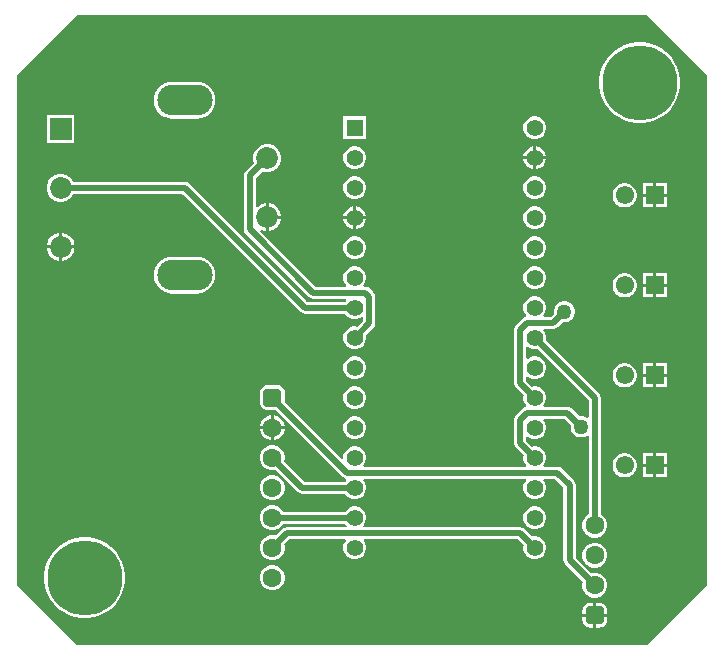
<source format=gbl>
G04*
G04 #@! TF.GenerationSoftware,Altium Limited,Altium Designer,24.1.2 (44)*
G04*
G04 Layer_Physical_Order=2*
G04 Layer_Color=16711680*
%FSLAX44Y44*%
%MOMM*%
G71*
G04*
G04 #@! TF.SameCoordinates,531D00EC-4C00-4A94-99CB-661CAA089D98*
G04*
G04*
G04 #@! TF.FilePolarity,Positive*
G04*
G01*
G75*
G04:AMPARAMS|DCode=16|XSize=2.6mm|YSize=4.7mm|CornerRadius=1.3mm|HoleSize=0mm|Usage=FLASHONLY|Rotation=270.000|XOffset=0mm|YOffset=0mm|HoleType=Round|Shape=RoundedRectangle|*
%AMROUNDEDRECTD16*
21,1,2.6000,2.1000,0,0,270.0*
21,1,0.0000,4.7000,0,0,270.0*
1,1,2.6000,-1.0500,0.0000*
1,1,2.6000,-1.0500,0.0000*
1,1,2.6000,1.0500,0.0000*
1,1,2.6000,1.0500,0.0000*
%
%ADD16ROUNDEDRECTD16*%
%ADD17R,1.8500X1.8500*%
%ADD18C,1.8500*%
%ADD24C,1.4140*%
%ADD25R,1.4140X1.4140*%
%ADD27C,0.5080*%
%ADD28C,1.6000*%
G04:AMPARAMS|DCode=29|XSize=1.6mm|YSize=1.6mm|CornerRadius=0.4mm|HoleSize=0mm|Usage=FLASHONLY|Rotation=90.000|XOffset=0mm|YOffset=0mm|HoleType=Round|Shape=RoundedRectangle|*
%AMROUNDEDRECTD29*
21,1,1.6000,0.8000,0,0,90.0*
21,1,0.8000,1.6000,0,0,90.0*
1,1,0.8000,0.4000,0.4000*
1,1,0.8000,0.4000,-0.4000*
1,1,0.8000,-0.4000,-0.4000*
1,1,0.8000,-0.4000,0.4000*
%
%ADD29ROUNDEDRECTD29*%
%ADD30R,1.5500X1.5500*%
%ADD31C,1.5500*%
%ADD32C,6.3500*%
%ADD33C,1.2700*%
G36*
X584200Y482600D02*
Y50800D01*
X533400Y0D01*
X50800D01*
X0Y50800D01*
Y482600D01*
X50800Y533400D01*
X533400D01*
X584200Y482600D01*
D02*
G37*
%LPC*%
G36*
X152150Y476965D02*
X131150D01*
X128104Y476665D01*
X125175Y475776D01*
X122475Y474333D01*
X120109Y472392D01*
X118167Y470025D01*
X116724Y467326D01*
X115835Y464396D01*
X115535Y461350D01*
X115835Y458303D01*
X116724Y455374D01*
X118167Y452674D01*
X120109Y450308D01*
X122475Y448366D01*
X125175Y446923D01*
X128104Y446035D01*
X131150Y445735D01*
X152150D01*
X155197Y446035D01*
X158126Y446923D01*
X160826Y448366D01*
X163192Y450308D01*
X165134Y452674D01*
X166577Y455374D01*
X167465Y458303D01*
X167765Y461350D01*
X167465Y464396D01*
X166577Y467326D01*
X165134Y470025D01*
X163192Y472392D01*
X160826Y474333D01*
X158126Y475776D01*
X155197Y476665D01*
X152150Y476965D01*
D02*
G37*
G36*
X529749Y510540D02*
X524351D01*
X519020Y509696D01*
X513887Y508028D01*
X509078Y505577D01*
X504712Y502405D01*
X500895Y498588D01*
X497723Y494222D01*
X495272Y489413D01*
X493604Y484280D01*
X492760Y478949D01*
Y473551D01*
X493604Y468220D01*
X495272Y463087D01*
X497723Y458278D01*
X500895Y453912D01*
X504712Y450095D01*
X509078Y446923D01*
X513887Y444472D01*
X519020Y442804D01*
X524351Y441960D01*
X529749D01*
X535080Y442804D01*
X540213Y444472D01*
X545022Y446923D01*
X549388Y450095D01*
X553205Y453912D01*
X556377Y458278D01*
X558828Y463087D01*
X560496Y468220D01*
X561340Y473551D01*
Y478949D01*
X560496Y484280D01*
X558828Y489413D01*
X556377Y494222D01*
X553205Y498588D01*
X549388Y502405D01*
X545022Y505577D01*
X540213Y508028D01*
X535080Y509696D01*
X529749Y510540D01*
D02*
G37*
G36*
X439415Y447760D02*
X436885D01*
X434441Y447105D01*
X432249Y445840D01*
X430460Y444051D01*
X429195Y441859D01*
X428540Y439415D01*
Y436885D01*
X429195Y434441D01*
X430460Y432249D01*
X432249Y430460D01*
X434441Y429195D01*
X436885Y428540D01*
X439415D01*
X441859Y429195D01*
X444051Y430460D01*
X445840Y432249D01*
X447105Y434441D01*
X447760Y436885D01*
Y439415D01*
X447105Y441859D01*
X445840Y444051D01*
X444051Y445840D01*
X441859Y447105D01*
X439415Y447760D01*
D02*
G37*
G36*
X295360D02*
X276140D01*
Y428540D01*
X295360D01*
Y447760D01*
D02*
G37*
G36*
X48440Y449140D02*
X24860D01*
Y425560D01*
X48440D01*
Y449140D01*
D02*
G37*
G36*
X439420Y422359D02*
Y414020D01*
X447759D01*
X447105Y416459D01*
X445840Y418651D01*
X444051Y420440D01*
X441859Y421705D01*
X439420Y422359D01*
D02*
G37*
G36*
X436880D02*
X434441Y421705D01*
X432249Y420440D01*
X430460Y418651D01*
X429195Y416459D01*
X428541Y414020D01*
X436880D01*
Y422359D01*
D02*
G37*
G36*
X447759Y411480D02*
X439420D01*
Y403141D01*
X441859Y403795D01*
X444051Y405060D01*
X445840Y406849D01*
X447105Y409041D01*
X447759Y411480D01*
D02*
G37*
G36*
X436880D02*
X428541D01*
X429195Y409041D01*
X430460Y406849D01*
X432249Y405060D01*
X434441Y403795D01*
X436880Y403141D01*
Y411480D01*
D02*
G37*
G36*
X287015Y422360D02*
X284485D01*
X282041Y421705D01*
X279849Y420440D01*
X278060Y418651D01*
X276795Y416459D01*
X276140Y414015D01*
Y411485D01*
X276795Y409041D01*
X278060Y406849D01*
X279849Y405060D01*
X282041Y403795D01*
X284485Y403140D01*
X287015D01*
X289459Y403795D01*
X291651Y405060D01*
X293440Y406849D01*
X294705Y409041D01*
X295360Y411485D01*
Y414015D01*
X294705Y416459D01*
X293440Y418651D01*
X291651Y420440D01*
X289459Y421705D01*
X287015Y422360D01*
D02*
G37*
G36*
X213202Y424140D02*
X210098D01*
X207099Y423337D01*
X204411Y421785D01*
X202216Y419589D01*
X200664Y416901D01*
X199860Y413902D01*
Y410798D01*
X200476Y408501D01*
X193442Y401467D01*
X192319Y399786D01*
X191924Y397804D01*
Y352044D01*
X192319Y350062D01*
X193442Y348382D01*
X247036Y294788D01*
X248716Y293665D01*
X250698Y293270D01*
X250698Y293270D01*
X278021D01*
X278507Y292097D01*
X278060Y291651D01*
X277644Y290930D01*
X245731D01*
X145648Y391012D01*
X143968Y392135D01*
X141986Y392529D01*
X47274D01*
X46084Y394589D01*
X43889Y396784D01*
X41201Y398336D01*
X38202Y399140D01*
X35098D01*
X32099Y398336D01*
X29411Y396784D01*
X27216Y394589D01*
X25664Y391901D01*
X24860Y388902D01*
Y385798D01*
X25664Y382799D01*
X27216Y380111D01*
X29411Y377916D01*
X32099Y376363D01*
X35098Y375560D01*
X38202D01*
X41201Y376363D01*
X43889Y377916D01*
X46084Y380111D01*
X47274Y382170D01*
X139841D01*
X239923Y282087D01*
X241604Y280965D01*
X243586Y280571D01*
X277644D01*
X278060Y279849D01*
X279849Y278060D01*
X282041Y276795D01*
X284485Y276140D01*
X287015D01*
X289459Y276795D01*
X291493Y277969D01*
X292763Y277582D01*
Y274687D01*
X287819Y269744D01*
X287015Y269960D01*
X284485D01*
X282041Y269305D01*
X279849Y268040D01*
X278060Y266251D01*
X276795Y264059D01*
X276140Y261615D01*
Y259085D01*
X276795Y256641D01*
X278060Y254449D01*
X279849Y252660D01*
X282041Y251395D01*
X284485Y250740D01*
X287015D01*
X289459Y251395D01*
X291651Y252660D01*
X293440Y254449D01*
X294705Y256641D01*
X295360Y259085D01*
Y261615D01*
X295145Y262419D01*
X301604Y268880D01*
X301604Y268880D01*
X302727Y270560D01*
X303121Y272542D01*
X303121Y272542D01*
Y295148D01*
X302727Y297130D01*
X301604Y298811D01*
X298302Y302113D01*
X296622Y303235D01*
X294640Y303629D01*
X293479D01*
X292993Y304803D01*
X293440Y305249D01*
X294705Y307441D01*
X295360Y309885D01*
Y312415D01*
X294705Y314859D01*
X293440Y317051D01*
X291651Y318840D01*
X289459Y320105D01*
X287015Y320760D01*
X284485D01*
X282041Y320105D01*
X279849Y318840D01*
X278060Y317051D01*
X276795Y314859D01*
X276140Y312415D01*
Y309885D01*
X276795Y307441D01*
X278060Y305249D01*
X278507Y304803D01*
X278021Y303629D01*
X252843D01*
X205861Y350611D01*
X206641Y351628D01*
X207099Y351363D01*
X210098Y350560D01*
X210380D01*
Y362350D01*
Y374140D01*
X210098D01*
X207099Y373336D01*
X204411Y371784D01*
X203457Y370830D01*
X202283Y371316D01*
Y395659D01*
X207801Y401176D01*
X210098Y400560D01*
X213202D01*
X216201Y401364D01*
X218889Y402916D01*
X221084Y405111D01*
X222637Y407799D01*
X223440Y410798D01*
Y413902D01*
X222637Y416901D01*
X221084Y419589D01*
X218889Y421785D01*
X216201Y423337D01*
X213202Y424140D01*
D02*
G37*
G36*
X550040Y391290D02*
X541020D01*
Y382270D01*
X550040D01*
Y391290D01*
D02*
G37*
G36*
X538480D02*
X529460D01*
Y382270D01*
X538480D01*
Y391290D01*
D02*
G37*
G36*
X439415Y396960D02*
X436885D01*
X434441Y396305D01*
X432249Y395040D01*
X430460Y393251D01*
X429195Y391059D01*
X428540Y388615D01*
Y386085D01*
X429195Y383641D01*
X430460Y381449D01*
X432249Y379660D01*
X434441Y378395D01*
X436885Y377740D01*
X439415D01*
X441859Y378395D01*
X444051Y379660D01*
X445840Y381449D01*
X447105Y383641D01*
X447760Y386085D01*
Y388615D01*
X447105Y391059D01*
X445840Y393251D01*
X444051Y395040D01*
X441859Y396305D01*
X439415Y396960D01*
D02*
G37*
G36*
X287015D02*
X284485D01*
X282041Y396305D01*
X279849Y395040D01*
X278060Y393251D01*
X276795Y391059D01*
X276140Y388615D01*
Y386085D01*
X276795Y383641D01*
X278060Y381449D01*
X279849Y379660D01*
X282041Y378395D01*
X284485Y377740D01*
X287015D01*
X289459Y378395D01*
X291651Y379660D01*
X293440Y381449D01*
X294705Y383641D01*
X295360Y386085D01*
Y388615D01*
X294705Y391059D01*
X293440Y393251D01*
X291651Y395040D01*
X289459Y396305D01*
X287015Y396960D01*
D02*
G37*
G36*
X550040Y379730D02*
X541020D01*
Y370710D01*
X550040D01*
Y379730D01*
D02*
G37*
G36*
X538480D02*
X529460D01*
Y370710D01*
X538480D01*
Y379730D01*
D02*
G37*
G36*
X515705Y391290D02*
X512995D01*
X510378Y390589D01*
X508032Y389234D01*
X506116Y387318D01*
X504761Y384972D01*
X504060Y382355D01*
Y379645D01*
X504761Y377028D01*
X506116Y374682D01*
X508032Y372766D01*
X510378Y371411D01*
X512995Y370710D01*
X515705D01*
X518322Y371411D01*
X520668Y372766D01*
X522584Y374682D01*
X523939Y377028D01*
X524640Y379645D01*
Y382355D01*
X523939Y384972D01*
X522584Y387318D01*
X520668Y389234D01*
X518322Y390589D01*
X515705Y391290D01*
D02*
G37*
G36*
X213202Y374140D02*
X212920D01*
Y363620D01*
X223440D01*
Y363902D01*
X222637Y366901D01*
X221084Y369589D01*
X218889Y371784D01*
X216201Y373336D01*
X213202Y374140D01*
D02*
G37*
G36*
X287020Y371559D02*
Y363220D01*
X295359D01*
X294705Y365659D01*
X293440Y367851D01*
X291651Y369640D01*
X289459Y370905D01*
X287020Y371559D01*
D02*
G37*
G36*
X284480D02*
X282041Y370905D01*
X279849Y369640D01*
X278060Y367851D01*
X276795Y365659D01*
X276141Y363220D01*
X284480D01*
Y371559D01*
D02*
G37*
G36*
X295359Y360680D02*
X287020D01*
Y352341D01*
X289459Y352995D01*
X291651Y354260D01*
X293440Y356049D01*
X294705Y358241D01*
X295359Y360680D01*
D02*
G37*
G36*
X284480D02*
X276141D01*
X276795Y358241D01*
X278060Y356049D01*
X279849Y354260D01*
X282041Y352995D01*
X284480Y352341D01*
Y360680D01*
D02*
G37*
G36*
X439415Y371560D02*
X436885D01*
X434441Y370905D01*
X432249Y369640D01*
X430460Y367851D01*
X429195Y365659D01*
X428540Y363215D01*
Y360685D01*
X429195Y358241D01*
X430460Y356049D01*
X432249Y354260D01*
X434441Y352995D01*
X436885Y352340D01*
X439415D01*
X441859Y352995D01*
X444051Y354260D01*
X445840Y356049D01*
X447105Y358241D01*
X447760Y360685D01*
Y363215D01*
X447105Y365659D01*
X445840Y367851D01*
X444051Y369640D01*
X441859Y370905D01*
X439415Y371560D01*
D02*
G37*
G36*
X223440Y361080D02*
X212920D01*
Y350560D01*
X213202D01*
X216201Y351363D01*
X218889Y352915D01*
X221084Y355111D01*
X222637Y357799D01*
X223440Y360798D01*
Y361080D01*
D02*
G37*
G36*
X38202Y349140D02*
X37920D01*
Y338620D01*
X48440D01*
Y338902D01*
X47637Y341901D01*
X46084Y344589D01*
X43889Y346784D01*
X41201Y348337D01*
X38202Y349140D01*
D02*
G37*
G36*
X35380D02*
X35098D01*
X32099Y348337D01*
X29411Y346784D01*
X27216Y344589D01*
X25664Y341901D01*
X24860Y338902D01*
Y338620D01*
X35380D01*
Y349140D01*
D02*
G37*
G36*
X439415Y346160D02*
X436885D01*
X434441Y345505D01*
X432249Y344240D01*
X430460Y342451D01*
X429195Y340259D01*
X428540Y337815D01*
Y335285D01*
X429195Y332841D01*
X430460Y330649D01*
X432249Y328860D01*
X434441Y327595D01*
X436885Y326940D01*
X439415D01*
X441859Y327595D01*
X444051Y328860D01*
X445840Y330649D01*
X447105Y332841D01*
X447760Y335285D01*
Y337815D01*
X447105Y340259D01*
X445840Y342451D01*
X444051Y344240D01*
X441859Y345505D01*
X439415Y346160D01*
D02*
G37*
G36*
X287015D02*
X284485D01*
X282041Y345505D01*
X279849Y344240D01*
X278060Y342451D01*
X276795Y340259D01*
X276140Y337815D01*
Y335285D01*
X276795Y332841D01*
X278060Y330649D01*
X279849Y328860D01*
X282041Y327595D01*
X284485Y326940D01*
X287015D01*
X289459Y327595D01*
X291651Y328860D01*
X293440Y330649D01*
X294705Y332841D01*
X295360Y335285D01*
Y337815D01*
X294705Y340259D01*
X293440Y342451D01*
X291651Y344240D01*
X289459Y345505D01*
X287015Y346160D01*
D02*
G37*
G36*
X48440Y336080D02*
X37920D01*
Y325560D01*
X38202D01*
X41201Y326364D01*
X43889Y327916D01*
X46084Y330111D01*
X47637Y332799D01*
X48440Y335798D01*
Y336080D01*
D02*
G37*
G36*
X35380D02*
X24860D01*
Y335798D01*
X25664Y332799D01*
X27216Y330111D01*
X29411Y327916D01*
X32099Y326364D01*
X35098Y325560D01*
X35380D01*
Y336080D01*
D02*
G37*
G36*
X550040Y315090D02*
X541020D01*
Y306070D01*
X550040D01*
Y315090D01*
D02*
G37*
G36*
X538480D02*
X529460D01*
Y306070D01*
X538480D01*
Y315090D01*
D02*
G37*
G36*
X439415Y320760D02*
X436885D01*
X434441Y320105D01*
X432249Y318840D01*
X430460Y317051D01*
X429195Y314859D01*
X428540Y312415D01*
Y309885D01*
X429195Y307441D01*
X430460Y305249D01*
X432249Y303460D01*
X434441Y302195D01*
X436885Y301540D01*
X439415D01*
X441859Y302195D01*
X444051Y303460D01*
X445840Y305249D01*
X447105Y307441D01*
X447760Y309885D01*
Y312415D01*
X447105Y314859D01*
X445840Y317051D01*
X444051Y318840D01*
X441859Y320105D01*
X439415Y320760D01*
D02*
G37*
G36*
X152150Y328965D02*
X131150D01*
X128104Y328665D01*
X125175Y327777D01*
X122475Y326334D01*
X120109Y324392D01*
X118167Y322025D01*
X116724Y319326D01*
X115835Y316397D01*
X115535Y313350D01*
X115835Y310304D01*
X116724Y307374D01*
X118167Y304675D01*
X120109Y302309D01*
X122475Y300367D01*
X125175Y298924D01*
X128104Y298035D01*
X131150Y297735D01*
X152150D01*
X155197Y298035D01*
X158126Y298924D01*
X160826Y300367D01*
X163192Y302309D01*
X165134Y304675D01*
X166577Y307374D01*
X167465Y310304D01*
X167765Y313350D01*
X167465Y316397D01*
X166577Y319326D01*
X165134Y322025D01*
X163192Y324392D01*
X160826Y326334D01*
X158126Y327777D01*
X155197Y328665D01*
X152150Y328965D01*
D02*
G37*
G36*
X550040Y303530D02*
X541020D01*
Y294510D01*
X550040D01*
Y303530D01*
D02*
G37*
G36*
X538480D02*
X529460D01*
Y294510D01*
X538480D01*
Y303530D01*
D02*
G37*
G36*
X515705Y315090D02*
X512995D01*
X510378Y314389D01*
X508032Y313034D01*
X506116Y311118D01*
X504761Y308772D01*
X504060Y306155D01*
Y303445D01*
X504761Y300828D01*
X506116Y298482D01*
X508032Y296566D01*
X510378Y295211D01*
X512995Y294510D01*
X515705D01*
X518322Y295211D01*
X520668Y296566D01*
X522584Y298482D01*
X523939Y300828D01*
X524640Y303445D01*
Y306155D01*
X523939Y308772D01*
X522584Y311118D01*
X520668Y313034D01*
X518322Y314389D01*
X515705Y315090D01*
D02*
G37*
G36*
X439415Y295360D02*
X436885D01*
X434441Y294705D01*
X432249Y293440D01*
X430460Y291651D01*
X429195Y289459D01*
X428540Y287015D01*
Y284485D01*
X429195Y282041D01*
X430460Y279849D01*
X430953Y279356D01*
X430535Y277978D01*
X429818Y277835D01*
X428138Y276712D01*
X422295Y270870D01*
X421173Y269190D01*
X420779Y267208D01*
Y221742D01*
X421173Y219760D01*
X422295Y218079D01*
X428755Y211619D01*
X428540Y210815D01*
Y208285D01*
X429195Y205841D01*
X430460Y203649D01*
X430953Y203156D01*
X430535Y201778D01*
X429818Y201635D01*
X428138Y200513D01*
X422295Y194671D01*
X421173Y192990D01*
X420779Y191008D01*
Y170942D01*
X421173Y168960D01*
X422295Y167279D01*
X428755Y160819D01*
X428540Y160015D01*
Y157485D01*
X429195Y155041D01*
X430460Y152849D01*
X430907Y152403D01*
X430421Y151229D01*
X293479D01*
X292993Y152403D01*
X293440Y152849D01*
X294705Y155041D01*
X295360Y157485D01*
Y160015D01*
X294705Y162459D01*
X293440Y164651D01*
X291651Y166440D01*
X289459Y167705D01*
X287015Y168360D01*
X284485D01*
X282041Y167705D01*
X279849Y166440D01*
X278060Y164651D01*
X276795Y162459D01*
X276140Y160015D01*
Y158431D01*
X274870Y157905D01*
X226496Y206278D01*
Y213550D01*
X226272Y215257D01*
X225613Y216848D01*
X224564Y218214D01*
X223198Y219263D01*
X221607Y219922D01*
X219900Y220146D01*
X211900D01*
X210193Y219922D01*
X208602Y219263D01*
X207236Y218214D01*
X206187Y216848D01*
X205528Y215257D01*
X205304Y213550D01*
Y205550D01*
X205528Y203843D01*
X206187Y202252D01*
X207236Y200886D01*
X208602Y199837D01*
X210193Y199178D01*
X211900Y198954D01*
X219172D01*
X275737Y142388D01*
X277418Y141265D01*
X278135Y141122D01*
X278553Y139744D01*
X278060Y139251D01*
X277644Y138530D01*
X243445D01*
X226054Y155921D01*
X226440Y157362D01*
Y160138D01*
X225722Y162818D01*
X224334Y165222D01*
X222372Y167184D01*
X219968Y168572D01*
X217288Y169290D01*
X214512D01*
X211832Y168572D01*
X209428Y167184D01*
X207466Y165222D01*
X206078Y162818D01*
X205360Y160138D01*
Y157362D01*
X206078Y154682D01*
X207466Y152278D01*
X209428Y150316D01*
X211832Y148928D01*
X214512Y148210D01*
X217288D01*
X218729Y148596D01*
X237638Y129688D01*
X237638Y129688D01*
X239318Y128565D01*
X241300Y128170D01*
X241300Y128170D01*
X277644D01*
X278060Y127449D01*
X279849Y125660D01*
X282041Y124395D01*
X284485Y123740D01*
X287015D01*
X289459Y124395D01*
X291651Y125660D01*
X293440Y127449D01*
X294705Y129641D01*
X295360Y132085D01*
Y134615D01*
X294705Y137059D01*
X293440Y139251D01*
X292993Y139697D01*
X293479Y140871D01*
X430421D01*
X430907Y139697D01*
X430460Y139251D01*
X429195Y137059D01*
X428540Y134615D01*
Y132085D01*
X429195Y129641D01*
X430460Y127449D01*
X432249Y125660D01*
X434441Y124395D01*
X436885Y123740D01*
X439415D01*
X441859Y124395D01*
X444051Y125660D01*
X445840Y127449D01*
X447105Y129641D01*
X447760Y132085D01*
Y134615D01*
X447105Y137059D01*
X445840Y139251D01*
X445393Y139697D01*
X445879Y140871D01*
X455055D01*
X462435Y133491D01*
Y72136D01*
X462829Y70154D01*
X463951Y68474D01*
X478796Y53629D01*
X478410Y52188D01*
Y49412D01*
X479128Y46732D01*
X480516Y44328D01*
X482478Y42366D01*
X484882Y40978D01*
X487562Y40260D01*
X490338D01*
X493018Y40978D01*
X495422Y42366D01*
X497384Y44328D01*
X498772Y46732D01*
X499490Y49412D01*
Y52188D01*
X498772Y54868D01*
X497384Y57272D01*
X495422Y59234D01*
X493018Y60622D01*
X490338Y61340D01*
X487562D01*
X486121Y60954D01*
X472794Y74281D01*
Y135636D01*
X472794Y135636D01*
X472399Y137618D01*
X471277Y139298D01*
X471276Y139298D01*
X460863Y149712D01*
X459182Y150835D01*
X457200Y151229D01*
X445879D01*
X445393Y152403D01*
X445840Y152849D01*
X447105Y155041D01*
X447760Y157485D01*
Y160015D01*
X447105Y162459D01*
X445840Y164651D01*
X444051Y166440D01*
X441859Y167705D01*
X439415Y168360D01*
X436885D01*
X436081Y168144D01*
X431138Y173087D01*
Y175982D01*
X432407Y176369D01*
X434441Y175195D01*
X436885Y174540D01*
X439415D01*
X441859Y175195D01*
X444051Y176460D01*
X445840Y178249D01*
X447105Y180441D01*
X447760Y182885D01*
Y185415D01*
X447105Y187859D01*
X445840Y190051D01*
X445393Y190497D01*
X445879Y191670D01*
X463437D01*
X468713Y186394D01*
X468630Y186082D01*
Y183742D01*
X469236Y181481D01*
X470406Y179453D01*
X472061Y177798D01*
X474089Y176628D01*
X476350Y176022D01*
X478690D01*
X480951Y176628D01*
X482500Y177522D01*
X483770Y176903D01*
Y110780D01*
X482478Y110034D01*
X480516Y108072D01*
X479128Y105668D01*
X478410Y102988D01*
Y100212D01*
X479128Y97532D01*
X480516Y95128D01*
X482478Y93166D01*
X484882Y91778D01*
X487562Y91060D01*
X490338D01*
X493018Y91778D01*
X495422Y93166D01*
X497384Y95128D01*
X498772Y97532D01*
X499490Y100212D01*
Y102988D01*
X498772Y105668D01*
X497384Y108072D01*
X495422Y110034D01*
X494129Y110780D01*
Y209550D01*
X493735Y211532D01*
X492612Y213213D01*
X447545Y258281D01*
X447760Y259085D01*
Y261615D01*
X447105Y264059D01*
X445840Y266251D01*
X445393Y266697D01*
X445879Y267871D01*
X453898D01*
X455880Y268265D01*
X457561Y269387D01*
X461716Y273543D01*
X462028Y273460D01*
X464368D01*
X466629Y274066D01*
X468657Y275236D01*
X470312Y276891D01*
X471482Y278918D01*
X472088Y281180D01*
Y283520D01*
X471482Y285781D01*
X470312Y287808D01*
X468657Y289464D01*
X466629Y290634D01*
X464368Y291240D01*
X462028D01*
X459767Y290634D01*
X457739Y289464D01*
X456084Y287808D01*
X454914Y285781D01*
X454308Y283520D01*
Y281180D01*
X454391Y280868D01*
X451753Y278230D01*
X445879D01*
X445393Y279403D01*
X445840Y279849D01*
X447105Y282041D01*
X447760Y284485D01*
Y287015D01*
X447105Y289459D01*
X445840Y291651D01*
X444051Y293440D01*
X441859Y294705D01*
X439415Y295360D01*
D02*
G37*
G36*
X550040Y238890D02*
X541020D01*
Y229870D01*
X550040D01*
Y238890D01*
D02*
G37*
G36*
X538480D02*
X529460D01*
Y229870D01*
X538480D01*
Y238890D01*
D02*
G37*
G36*
X287015Y244560D02*
X284485D01*
X282041Y243905D01*
X279849Y242640D01*
X278060Y240851D01*
X276795Y238659D01*
X276140Y236215D01*
Y233685D01*
X276795Y231241D01*
X278060Y229049D01*
X279849Y227260D01*
X282041Y225995D01*
X284485Y225340D01*
X287015D01*
X289459Y225995D01*
X291651Y227260D01*
X293440Y229049D01*
X294705Y231241D01*
X295360Y233685D01*
Y236215D01*
X294705Y238659D01*
X293440Y240851D01*
X291651Y242640D01*
X289459Y243905D01*
X287015Y244560D01*
D02*
G37*
G36*
X550040Y227330D02*
X541020D01*
Y218310D01*
X550040D01*
Y227330D01*
D02*
G37*
G36*
X538480D02*
X529460D01*
Y218310D01*
X538480D01*
Y227330D01*
D02*
G37*
G36*
X515705Y238890D02*
X512995D01*
X510378Y238189D01*
X508032Y236834D01*
X506116Y234918D01*
X504761Y232572D01*
X504060Y229955D01*
Y227245D01*
X504761Y224628D01*
X506116Y222282D01*
X508032Y220366D01*
X510378Y219011D01*
X512995Y218310D01*
X515705D01*
X518322Y219011D01*
X520668Y220366D01*
X522584Y222282D01*
X523939Y224628D01*
X524640Y227245D01*
Y229955D01*
X523939Y232572D01*
X522584Y234918D01*
X520668Y236834D01*
X518322Y238189D01*
X515705Y238890D01*
D02*
G37*
G36*
X287015Y219160D02*
X284485D01*
X282041Y218505D01*
X279849Y217240D01*
X278060Y215451D01*
X276795Y213259D01*
X276140Y210815D01*
Y208285D01*
X276795Y205841D01*
X278060Y203649D01*
X279849Y201860D01*
X282041Y200595D01*
X284485Y199940D01*
X287015D01*
X289459Y200595D01*
X291651Y201860D01*
X293440Y203649D01*
X294705Y205841D01*
X295360Y208285D01*
Y210815D01*
X294705Y213259D01*
X293440Y215451D01*
X291651Y217240D01*
X289459Y218505D01*
X287015Y219160D01*
D02*
G37*
G36*
X217288Y194690D02*
X217170D01*
Y185420D01*
X226440D01*
Y185538D01*
X225722Y188218D01*
X224334Y190622D01*
X222372Y192584D01*
X219968Y193972D01*
X217288Y194690D01*
D02*
G37*
G36*
X214630D02*
X214512D01*
X211832Y193972D01*
X209428Y192584D01*
X207466Y190622D01*
X206078Y188218D01*
X205360Y185538D01*
Y185420D01*
X214630D01*
Y194690D01*
D02*
G37*
G36*
X287015Y193760D02*
X284485D01*
X282041Y193105D01*
X279849Y191840D01*
X278060Y190051D01*
X276795Y187859D01*
X276140Y185415D01*
Y182885D01*
X276795Y180441D01*
X278060Y178249D01*
X279849Y176460D01*
X282041Y175195D01*
X284485Y174540D01*
X287015D01*
X289459Y175195D01*
X291651Y176460D01*
X293440Y178249D01*
X294705Y180441D01*
X295360Y182885D01*
Y185415D01*
X294705Y187859D01*
X293440Y190051D01*
X291651Y191840D01*
X289459Y193105D01*
X287015Y193760D01*
D02*
G37*
G36*
X226440Y182880D02*
X217170D01*
Y173610D01*
X217288D01*
X219968Y174328D01*
X222372Y175716D01*
X224334Y177678D01*
X225722Y180082D01*
X226440Y182762D01*
Y182880D01*
D02*
G37*
G36*
X214630D02*
X205360D01*
Y182762D01*
X206078Y180082D01*
X207466Y177678D01*
X209428Y175716D01*
X211832Y174328D01*
X214512Y173610D01*
X214630D01*
Y182880D01*
D02*
G37*
G36*
X550040Y162690D02*
X541020D01*
Y153670D01*
X550040D01*
Y162690D01*
D02*
G37*
G36*
X538480D02*
X529460D01*
Y153670D01*
X538480D01*
Y162690D01*
D02*
G37*
G36*
X550040Y151130D02*
X541020D01*
Y142110D01*
X550040D01*
Y151130D01*
D02*
G37*
G36*
X538480D02*
X529460D01*
Y142110D01*
X538480D01*
Y151130D01*
D02*
G37*
G36*
X515705Y162690D02*
X512995D01*
X510378Y161989D01*
X508032Y160634D01*
X506116Y158718D01*
X504761Y156372D01*
X504060Y153755D01*
Y151045D01*
X504761Y148428D01*
X506116Y146082D01*
X508032Y144166D01*
X510378Y142811D01*
X512995Y142110D01*
X515705D01*
X518322Y142811D01*
X520668Y144166D01*
X522584Y146082D01*
X523939Y148428D01*
X524640Y151045D01*
Y153755D01*
X523939Y156372D01*
X522584Y158718D01*
X520668Y160634D01*
X518322Y161989D01*
X515705Y162690D01*
D02*
G37*
G36*
X217288Y143890D02*
X214512D01*
X211832Y143172D01*
X209428Y141784D01*
X207466Y139822D01*
X206078Y137418D01*
X205360Y134738D01*
Y131962D01*
X206078Y129282D01*
X207466Y126878D01*
X209428Y124916D01*
X211832Y123528D01*
X214512Y122810D01*
X217288D01*
X219968Y123528D01*
X222372Y124916D01*
X224334Y126878D01*
X225722Y129282D01*
X226440Y131962D01*
Y134738D01*
X225722Y137418D01*
X224334Y139822D01*
X222372Y141784D01*
X219968Y143172D01*
X217288Y143890D01*
D02*
G37*
G36*
Y118490D02*
X214512D01*
X211832Y117772D01*
X209428Y116384D01*
X207466Y114422D01*
X206078Y112018D01*
X205360Y109338D01*
Y106562D01*
X206078Y103882D01*
X207466Y101478D01*
X209428Y99516D01*
X211832Y98128D01*
X214512Y97410D01*
X217288D01*
X219968Y98128D01*
X222372Y99516D01*
X224334Y101478D01*
X225080Y102771D01*
X277644D01*
X278060Y102049D01*
X278918Y101192D01*
X278392Y99922D01*
X228092D01*
X228092Y99922D01*
X226110Y99527D01*
X224429Y98405D01*
X224429Y98404D01*
X218729Y92704D01*
X217288Y93090D01*
X214512D01*
X211832Y92372D01*
X209428Y90984D01*
X207466Y89022D01*
X206078Y86618D01*
X205360Y83938D01*
Y81162D01*
X206078Y78482D01*
X207466Y76078D01*
X209428Y74116D01*
X211832Y72728D01*
X214512Y72010D01*
X217288D01*
X219968Y72728D01*
X222372Y74116D01*
X224334Y76078D01*
X225722Y78482D01*
X226440Y81162D01*
Y83938D01*
X226054Y85379D01*
X230237Y89563D01*
X277582D01*
X277969Y88293D01*
X276795Y86259D01*
X276140Y83815D01*
Y81285D01*
X276795Y78841D01*
X278060Y76649D01*
X279849Y74860D01*
X282041Y73595D01*
X284485Y72940D01*
X287015D01*
X289459Y73595D01*
X291651Y74860D01*
X293440Y76649D01*
X294705Y78841D01*
X295360Y81285D01*
Y83815D01*
X294705Y86259D01*
X293531Y88293D01*
X293918Y89563D01*
X423813D01*
X428755Y84620D01*
X428540Y83815D01*
Y81285D01*
X429195Y78841D01*
X430460Y76649D01*
X432249Y74860D01*
X434441Y73595D01*
X436885Y72940D01*
X439415D01*
X441859Y73595D01*
X444051Y74860D01*
X445840Y76649D01*
X447105Y78841D01*
X447760Y81285D01*
Y83815D01*
X447105Y86259D01*
X445840Y88451D01*
X444051Y90240D01*
X441859Y91505D01*
X439415Y92160D01*
X436885D01*
X436081Y91945D01*
X429621Y98405D01*
X427940Y99527D01*
X425958Y99922D01*
X293108D01*
X292582Y101192D01*
X293440Y102049D01*
X294705Y104241D01*
X295360Y106685D01*
Y109215D01*
X294705Y111659D01*
X293440Y113851D01*
X291651Y115640D01*
X289459Y116905D01*
X287015Y117560D01*
X284485D01*
X282041Y116905D01*
X279849Y115640D01*
X278060Y113851D01*
X277644Y113130D01*
X225080D01*
X224334Y114422D01*
X222372Y116384D01*
X219968Y117772D01*
X217288Y118490D01*
D02*
G37*
G36*
X439415Y117560D02*
X436885D01*
X434441Y116905D01*
X432249Y115640D01*
X430460Y113851D01*
X429195Y111659D01*
X428540Y109215D01*
Y106685D01*
X429195Y104241D01*
X430460Y102049D01*
X432249Y100260D01*
X434441Y98995D01*
X436885Y98340D01*
X439415D01*
X441859Y98995D01*
X444051Y100260D01*
X445840Y102049D01*
X447105Y104241D01*
X447760Y106685D01*
Y109215D01*
X447105Y111659D01*
X445840Y113851D01*
X444051Y115640D01*
X441859Y116905D01*
X439415Y117560D01*
D02*
G37*
G36*
X490338Y86740D02*
X487562D01*
X484882Y86022D01*
X482478Y84634D01*
X480516Y82672D01*
X479128Y80268D01*
X478410Y77588D01*
Y74812D01*
X479128Y72132D01*
X480516Y69728D01*
X482478Y67766D01*
X484882Y66378D01*
X487562Y65660D01*
X490338D01*
X493018Y66378D01*
X495422Y67766D01*
X497384Y69728D01*
X498772Y72132D01*
X499490Y74812D01*
Y77588D01*
X498772Y80268D01*
X497384Y82672D01*
X495422Y84634D01*
X493018Y86022D01*
X490338Y86740D01*
D02*
G37*
G36*
X217288Y67690D02*
X214512D01*
X211832Y66972D01*
X209428Y65584D01*
X207466Y63622D01*
X206078Y61218D01*
X205360Y58538D01*
Y55762D01*
X206078Y53082D01*
X207466Y50678D01*
X209428Y48716D01*
X211832Y47328D01*
X214512Y46610D01*
X217288D01*
X219968Y47328D01*
X222372Y48716D01*
X224334Y50678D01*
X225722Y53082D01*
X226440Y55762D01*
Y58538D01*
X225722Y61218D01*
X224334Y63622D01*
X222372Y65584D01*
X219968Y66972D01*
X217288Y67690D01*
D02*
G37*
G36*
X492950Y35996D02*
X490220D01*
Y26670D01*
X499546D01*
Y29400D01*
X499322Y31107D01*
X498663Y32698D01*
X497614Y34064D01*
X496248Y35113D01*
X494657Y35772D01*
X492950Y35996D01*
D02*
G37*
G36*
X487680D02*
X484950D01*
X483243Y35772D01*
X481652Y35113D01*
X480286Y34064D01*
X479237Y32698D01*
X478578Y31107D01*
X478354Y29400D01*
Y26670D01*
X487680D01*
Y35996D01*
D02*
G37*
G36*
X59849Y91440D02*
X54451D01*
X49120Y90596D01*
X43987Y88928D01*
X39178Y86477D01*
X34812Y83305D01*
X30995Y79488D01*
X27823Y75122D01*
X25372Y70313D01*
X23704Y65180D01*
X22860Y59849D01*
Y54451D01*
X23704Y49120D01*
X25372Y43987D01*
X27823Y39178D01*
X30995Y34812D01*
X34812Y30995D01*
X39178Y27823D01*
X43987Y25372D01*
X49120Y23704D01*
X54451Y22860D01*
X59849D01*
X65180Y23704D01*
X70313Y25372D01*
X75122Y27823D01*
X79488Y30995D01*
X83305Y34812D01*
X86477Y39178D01*
X88928Y43987D01*
X90596Y49120D01*
X91440Y54451D01*
Y59849D01*
X90596Y65180D01*
X88928Y70313D01*
X86477Y75122D01*
X83305Y79488D01*
X79488Y83305D01*
X75122Y86477D01*
X70313Y88928D01*
X65180Y90596D01*
X59849Y91440D01*
D02*
G37*
G36*
X499546Y24130D02*
X490220D01*
Y14804D01*
X492950D01*
X494657Y15028D01*
X496248Y15687D01*
X497614Y16736D01*
X498663Y18102D01*
X499322Y19693D01*
X499546Y21400D01*
Y24130D01*
D02*
G37*
G36*
X487680D02*
X478354D01*
Y21400D01*
X478578Y19693D01*
X479237Y18102D01*
X480286Y16736D01*
X481652Y15687D01*
X483243Y15028D01*
X484950Y14804D01*
X487680D01*
Y24130D01*
D02*
G37*
%LPD*%
G36*
X434441Y251395D02*
X436885Y250740D01*
X439415D01*
X440219Y250956D01*
X483770Y207405D01*
Y192921D01*
X482500Y192302D01*
X480951Y193196D01*
X478690Y193802D01*
X476350D01*
X476038Y193719D01*
X469244Y200513D01*
X467564Y201635D01*
X465582Y202029D01*
X445879D01*
X445393Y203203D01*
X445840Y203649D01*
X447105Y205841D01*
X447760Y208285D01*
Y210815D01*
X447105Y213259D01*
X445840Y215451D01*
X444051Y217240D01*
X441859Y218505D01*
X439415Y219160D01*
X436885D01*
X436081Y218944D01*
X431138Y223887D01*
Y226782D01*
X432407Y227169D01*
X434441Y225995D01*
X436885Y225340D01*
X439415D01*
X441859Y225995D01*
X444051Y227260D01*
X445840Y229049D01*
X447105Y231241D01*
X447760Y233685D01*
Y236215D01*
X447105Y238659D01*
X445840Y240851D01*
X444051Y242640D01*
X441859Y243905D01*
X439415Y244560D01*
X436885D01*
X434441Y243905D01*
X432407Y242731D01*
X431138Y243118D01*
Y252182D01*
X432407Y252569D01*
X434441Y251395D01*
D02*
G37*
D16*
X141650Y461350D02*
D03*
Y313350D02*
D03*
D17*
X36650Y437350D02*
D03*
D18*
Y387350D02*
D03*
Y337350D02*
D03*
X211650Y412350D02*
D03*
Y362350D02*
D03*
D24*
X438150Y438150D02*
D03*
Y412750D02*
D03*
Y387350D02*
D03*
Y361950D02*
D03*
Y336550D02*
D03*
Y311150D02*
D03*
Y285750D02*
D03*
Y260350D02*
D03*
Y234950D02*
D03*
Y209550D02*
D03*
Y184150D02*
D03*
Y158750D02*
D03*
Y133350D02*
D03*
Y107950D02*
D03*
Y82550D02*
D03*
X285750D02*
D03*
Y107950D02*
D03*
Y133350D02*
D03*
Y158750D02*
D03*
Y184150D02*
D03*
Y209550D02*
D03*
Y234950D02*
D03*
Y260350D02*
D03*
Y285750D02*
D03*
Y311150D02*
D03*
Y336550D02*
D03*
Y361950D02*
D03*
Y387350D02*
D03*
Y412750D02*
D03*
D25*
Y438150D02*
D03*
D27*
X465582Y196850D02*
X477520Y184912D01*
X431800Y196850D02*
X465582D01*
X425958Y191008D02*
X431800Y196850D01*
X425958Y170942D02*
Y191008D01*
Y170942D02*
X438150Y158750D01*
X215900Y209550D02*
X279400Y146050D01*
X457200D01*
X467614Y135636D01*
Y72136D02*
Y135636D01*
Y72136D02*
X488950Y50800D01*
X36650Y387350D02*
X141986D01*
X243586Y285750D01*
X285750D01*
X215900Y158750D02*
X241300Y133350D01*
X285750D01*
X215900Y107950D02*
X285750D01*
X215900Y82550D02*
X228092Y94742D01*
X425958D01*
X438150Y82550D01*
X425958Y221742D02*
X438150Y209550D01*
X425958Y221742D02*
Y267208D01*
X431800Y273050D01*
X453898D01*
X463198Y282350D01*
X197104Y397804D02*
X211650Y412350D01*
X197104Y352044D02*
Y397804D01*
Y352044D02*
X250698Y298450D01*
X294640D01*
X297942Y295148D01*
Y272542D02*
Y295148D01*
X285750Y260350D02*
X297942Y272542D01*
X488950Y101600D02*
Y209550D01*
X438150Y260350D02*
X488950Y209550D01*
D28*
Y50800D02*
D03*
Y76200D02*
D03*
Y101600D02*
D03*
X215900Y57150D02*
D03*
Y82550D02*
D03*
Y133350D02*
D03*
Y184150D02*
D03*
Y158750D02*
D03*
Y107950D02*
D03*
D29*
X488950Y25400D02*
D03*
X215900Y209550D02*
D03*
D30*
X539750Y228600D02*
D03*
Y304800D02*
D03*
Y152400D02*
D03*
Y381000D02*
D03*
D31*
X514350Y228600D02*
D03*
Y304800D02*
D03*
Y152400D02*
D03*
Y381000D02*
D03*
D32*
X527050Y476250D02*
D03*
X57150Y57150D02*
D03*
D33*
X477520Y184912D02*
D03*
X463198Y282350D02*
D03*
M02*

</source>
